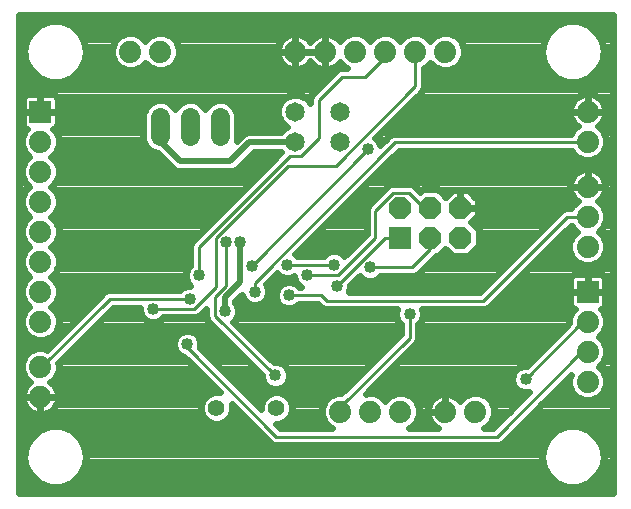
<source format=gbl>
G75*
G70*
%OFA0B0*%
%FSLAX24Y24*%
%IPPOS*%
%LPD*%
%AMOC8*
5,1,8,0,0,1.08239X$1,22.5*
%
%ADD10R,0.0740X0.0740*%
%ADD11OC8,0.0740*%
%ADD12C,0.0740*%
%ADD13C,0.0560*%
%ADD14C,0.0650*%
%ADD15C,0.0640*%
%ADD16C,0.0240*%
%ADD17C,0.0400*%
%ADD18C,0.0200*%
%ADD19C,0.0100*%
D10*
X013561Y009024D03*
X019811Y007224D03*
X001561Y013224D03*
D11*
X013561Y010024D03*
X014561Y010024D03*
X015561Y010024D03*
X015561Y009024D03*
X014561Y009024D03*
D12*
X019811Y008724D03*
X019811Y009724D03*
X019811Y010724D03*
X019811Y012224D03*
X019811Y013224D03*
X015061Y015224D03*
X014061Y015224D03*
X013061Y015224D03*
X012061Y015224D03*
X011061Y015224D03*
X010061Y015224D03*
X005561Y015224D03*
X004561Y015224D03*
X001561Y012224D03*
X001561Y011224D03*
X001561Y010224D03*
X001561Y009224D03*
X001561Y008224D03*
X001561Y007224D03*
X001561Y006224D03*
X001561Y004724D03*
X001561Y003724D03*
X011561Y003224D03*
X012561Y003224D03*
X013561Y003224D03*
X015061Y003224D03*
X016061Y003224D03*
X019811Y004224D03*
X019811Y005224D03*
X019811Y006224D03*
D13*
X009436Y003349D03*
X007436Y003349D03*
D14*
X010061Y012224D03*
X010061Y013224D03*
X011561Y013224D03*
X011561Y012224D03*
D15*
X007561Y012404D02*
X007561Y013044D01*
X006561Y013044D02*
X006561Y012404D01*
X005561Y012404D02*
X005561Y013044D01*
D16*
X000841Y016430D02*
X000841Y000504D01*
X020649Y000504D01*
X020649Y016430D01*
X000841Y016430D01*
X000841Y016349D02*
X020649Y016349D01*
X020649Y016111D02*
X019826Y016111D01*
X019824Y016112D02*
X019824Y016112D01*
X020097Y015883D01*
X020097Y015883D01*
X020275Y015575D01*
X020275Y015575D01*
X020337Y015224D01*
X020337Y015224D01*
X020275Y014873D01*
X020275Y014873D01*
X020097Y014565D01*
X020097Y014565D01*
X020097Y014565D01*
X019824Y014336D01*
X019824Y014336D01*
X019489Y014214D01*
X019489Y014214D01*
X019367Y014214D01*
X019367Y014214D01*
X019328Y014214D01*
X019311Y014214D01*
X019255Y014214D01*
X019255Y014214D01*
X019133Y014214D01*
X019133Y014214D01*
X018798Y014336D01*
X018798Y014336D01*
X018525Y014565D01*
X018525Y014565D01*
X018347Y014873D01*
X018347Y014873D01*
X018286Y015224D01*
X018286Y015224D01*
X018347Y015575D01*
X018347Y015575D01*
X018525Y015883D01*
X018525Y015883D01*
X018526Y015883D01*
X018798Y016112D01*
X019133Y016234D01*
X019255Y016234D01*
X019255Y016234D01*
X019311Y016234D01*
X019367Y016234D01*
X019367Y016234D01*
X019489Y016234D01*
X019489Y016234D01*
X019824Y016112D01*
X020103Y015872D02*
X020649Y015872D01*
X020649Y015634D02*
X020241Y015634D01*
X020306Y015395D02*
X020649Y015395D01*
X020649Y015157D02*
X020325Y015157D01*
X020283Y014918D02*
X020649Y014918D01*
X020649Y014679D02*
X020163Y014679D01*
X019949Y014441D02*
X020649Y014441D01*
X020649Y014202D02*
X014341Y014202D01*
X014341Y014006D02*
X014341Y014680D01*
X014407Y014707D01*
X014561Y014861D01*
X014716Y014707D01*
X014940Y014614D01*
X015182Y014614D01*
X015407Y014707D01*
X015578Y014879D01*
X015671Y015103D01*
X015671Y015345D01*
X015578Y015570D01*
X015407Y015741D01*
X015182Y015834D01*
X014940Y015834D01*
X014716Y015741D01*
X014561Y015587D01*
X014407Y015741D01*
X014182Y015834D01*
X013940Y015834D01*
X013716Y015741D01*
X013561Y015587D01*
X013407Y015741D01*
X013182Y015834D01*
X012940Y015834D01*
X012716Y015741D01*
X012561Y015587D01*
X012407Y015741D01*
X012182Y015834D01*
X011940Y015834D01*
X011716Y015741D01*
X011544Y015570D01*
X011542Y015565D01*
X011511Y015608D01*
X011445Y015674D01*
X011370Y015729D01*
X011288Y015771D01*
X011199Y015800D01*
X011108Y015814D01*
X011061Y015814D01*
X011015Y015814D01*
X010923Y015800D01*
X010835Y015771D01*
X010752Y015729D01*
X010677Y015674D01*
X010611Y015608D01*
X010561Y015540D01*
X010511Y015608D01*
X010445Y015674D01*
X010370Y015729D01*
X010288Y015771D01*
X010199Y015800D01*
X010108Y015814D01*
X010061Y015814D01*
X010015Y015814D01*
X009923Y015800D01*
X009835Y015771D01*
X009752Y015729D01*
X009677Y015674D01*
X009611Y015608D01*
X009556Y015533D01*
X009514Y015451D01*
X009486Y015362D01*
X009471Y015271D01*
X009471Y015224D01*
X009471Y015178D01*
X009486Y015086D01*
X009514Y014998D01*
X009556Y014915D01*
X009611Y014840D01*
X009677Y014774D01*
X009752Y014719D01*
X009835Y014677D01*
X009923Y014649D01*
X010015Y014634D01*
X010061Y014634D01*
X010061Y015224D01*
X009471Y015224D01*
X010061Y015224D01*
X010061Y015224D01*
X010061Y015224D01*
X010061Y014634D01*
X010108Y014634D01*
X010199Y014649D01*
X010288Y014677D01*
X010370Y014719D01*
X010445Y014774D01*
X010511Y014840D01*
X010561Y014909D01*
X010611Y014840D01*
X010677Y014774D01*
X010752Y014719D01*
X010835Y014677D01*
X010923Y014649D01*
X011015Y014634D01*
X011061Y014634D01*
X011061Y015224D01*
X010651Y015224D01*
X010061Y015224D01*
X010061Y015814D01*
X010061Y015224D01*
X010061Y015224D01*
X010061Y015224D01*
X010651Y015224D01*
X011061Y015224D01*
X011061Y015224D01*
X011061Y015224D01*
X011061Y014634D01*
X011108Y014634D01*
X011199Y014649D01*
X011288Y014677D01*
X011370Y014719D01*
X011445Y014774D01*
X011511Y014840D01*
X011542Y014883D01*
X011544Y014879D01*
X011716Y014707D01*
X011771Y014684D01*
X011563Y014684D01*
X011457Y014640D01*
X011375Y014558D01*
X010595Y013778D01*
X010551Y013672D01*
X010551Y013556D01*
X010551Y013517D01*
X010540Y013544D01*
X010381Y013703D01*
X010173Y013789D01*
X009949Y013789D01*
X009741Y013703D01*
X009582Y013544D01*
X009496Y013336D01*
X009496Y013112D01*
X009582Y012904D01*
X009741Y012745D01*
X009792Y012724D01*
X009741Y012703D01*
X009582Y012544D01*
X008599Y012544D01*
X008463Y012544D01*
X008339Y012492D01*
X008108Y012262D01*
X008121Y012293D01*
X008121Y013155D01*
X008036Y013361D01*
X007878Y013519D01*
X007672Y013604D01*
X007450Y013604D01*
X007244Y013519D01*
X007086Y013361D01*
X007061Y013300D01*
X007036Y013361D01*
X006878Y013519D01*
X006672Y013604D01*
X006450Y013604D01*
X006244Y013519D01*
X006086Y013361D01*
X006061Y013300D01*
X006036Y013361D01*
X005878Y013519D01*
X005672Y013604D01*
X005450Y013604D01*
X005244Y013519D01*
X005086Y013361D01*
X005001Y013155D01*
X005001Y012293D01*
X005086Y012087D01*
X005244Y011929D01*
X005450Y011844D01*
X005470Y011844D01*
X006029Y011286D01*
X006153Y011234D01*
X006289Y011234D01*
X007969Y011234D01*
X008094Y011286D01*
X008189Y011381D01*
X008672Y011864D01*
X009581Y011864D01*
X006605Y008888D01*
X006561Y008782D01*
X006561Y008666D01*
X006561Y008096D01*
X006478Y008013D01*
X006411Y007852D01*
X006411Y007677D01*
X006478Y007515D01*
X006569Y007424D01*
X006464Y007424D01*
X006302Y007357D01*
X006219Y007274D01*
X003939Y007274D01*
X003823Y007274D01*
X003717Y007230D01*
X001780Y005293D01*
X001682Y005334D01*
X001440Y005334D01*
X001216Y005241D01*
X001044Y005070D01*
X000951Y004845D01*
X000951Y004603D01*
X001044Y004379D01*
X001216Y004207D01*
X001220Y004205D01*
X001177Y004174D01*
X001111Y004108D01*
X001056Y004033D01*
X001014Y003951D01*
X000986Y003862D01*
X000971Y003771D01*
X000971Y003724D01*
X000971Y003678D01*
X000986Y003586D01*
X001014Y003498D01*
X001056Y003415D01*
X001111Y003340D01*
X001177Y003274D01*
X001252Y003219D01*
X001335Y003177D01*
X001423Y003149D01*
X001515Y003134D01*
X001561Y003134D01*
X001561Y003724D01*
X000971Y003724D01*
X001561Y003724D01*
X001561Y003724D01*
X001561Y003724D01*
X001561Y003134D01*
X001608Y003134D01*
X001699Y003149D01*
X001788Y003177D01*
X001870Y003219D01*
X001945Y003274D01*
X002011Y003340D01*
X002066Y003415D01*
X002108Y003498D01*
X002137Y003586D01*
X002151Y003678D01*
X002151Y003724D01*
X001561Y003724D01*
X001561Y003724D01*
X002151Y003724D01*
X002151Y003771D01*
X002137Y003862D01*
X002108Y003951D01*
X002066Y004033D01*
X002011Y004108D01*
X001945Y004174D01*
X001902Y004205D01*
X001907Y004207D01*
X002078Y004379D01*
X002171Y004603D01*
X002171Y004845D01*
X002166Y004859D01*
X004001Y006694D01*
X004881Y006694D01*
X004881Y006567D01*
X004948Y006405D01*
X005072Y006281D01*
X005234Y006214D01*
X005409Y006214D01*
X005570Y006281D01*
X005653Y006364D01*
X006643Y006364D01*
X006759Y006364D01*
X006865Y006408D01*
X007101Y006644D01*
X007101Y006472D01*
X007101Y006356D01*
X007145Y006250D01*
X008961Y004434D01*
X008961Y004347D01*
X009028Y004185D01*
X009152Y004061D01*
X009314Y003994D01*
X009489Y003994D01*
X009650Y004061D01*
X009774Y004185D01*
X009841Y004347D01*
X009841Y004522D01*
X009774Y004683D01*
X009650Y004807D01*
X009489Y004874D01*
X009341Y004874D01*
X007997Y006218D01*
X008094Y006315D01*
X008161Y006477D01*
X008161Y006652D01*
X008094Y006813D01*
X008061Y006846D01*
X008061Y006903D01*
X008278Y007120D01*
X008338Y006975D01*
X008462Y006851D01*
X008624Y006784D01*
X008799Y006784D01*
X008960Y006851D01*
X009084Y006975D01*
X009151Y007137D01*
X009151Y007312D01*
X009084Y007473D01*
X009077Y007480D01*
X009445Y007848D01*
X009542Y007751D01*
X009704Y007684D01*
X009879Y007684D01*
X010011Y007739D01*
X010011Y007707D01*
X010078Y007545D01*
X010202Y007421D01*
X010267Y007394D01*
X010183Y007394D01*
X010100Y007477D01*
X009939Y007544D01*
X009764Y007544D01*
X009602Y007477D01*
X009478Y007353D01*
X009411Y007192D01*
X009411Y007017D01*
X009478Y006855D01*
X009602Y006731D01*
X009764Y006664D01*
X009939Y006664D01*
X010100Y006731D01*
X010183Y006814D01*
X010811Y006814D01*
X010865Y006760D01*
X010947Y006678D01*
X011053Y006634D01*
X013461Y006634D01*
X013431Y006562D01*
X013431Y006387D01*
X013498Y006225D01*
X013581Y006142D01*
X013581Y005814D01*
X011601Y003834D01*
X011440Y003834D01*
X011216Y003741D01*
X011044Y003570D01*
X010951Y003345D01*
X010951Y003103D01*
X011044Y002879D01*
X011216Y002707D01*
X011271Y002684D01*
X009551Y002684D01*
X009406Y002829D01*
X009540Y002829D01*
X009731Y002908D01*
X009877Y003055D01*
X009956Y003246D01*
X009956Y003453D01*
X009877Y003644D01*
X009731Y003790D01*
X009540Y003869D01*
X009333Y003869D01*
X009142Y003790D01*
X008995Y003644D01*
X008916Y003453D01*
X008916Y003319D01*
X006883Y005352D01*
X006901Y005397D01*
X006901Y005572D01*
X006834Y005733D01*
X006710Y005857D01*
X006549Y005924D01*
X006374Y005924D01*
X006212Y005857D01*
X006088Y005733D01*
X006021Y005572D01*
X006021Y005397D01*
X006088Y005235D01*
X006212Y005111D01*
X006369Y005046D01*
X007551Y003864D01*
X007540Y003869D01*
X007333Y003869D01*
X007142Y003790D01*
X006995Y003644D01*
X006916Y003453D01*
X006916Y003246D01*
X006995Y003055D01*
X007142Y002908D01*
X007333Y002829D01*
X007540Y002829D01*
X007731Y002908D01*
X007877Y003055D01*
X007956Y003246D01*
X007956Y003453D01*
X007951Y003464D01*
X009185Y002230D01*
X009267Y002148D01*
X009373Y002104D01*
X016723Y002104D01*
X016839Y002104D01*
X016945Y002148D01*
X019243Y004445D01*
X019201Y004345D01*
X019201Y004103D01*
X019294Y003879D01*
X019466Y003707D01*
X019690Y003614D01*
X019932Y003614D01*
X020157Y003707D01*
X020328Y003879D01*
X020421Y004103D01*
X020421Y004345D01*
X020328Y004570D01*
X020174Y004724D01*
X020328Y004879D01*
X020421Y005103D01*
X020421Y005345D01*
X020328Y005570D01*
X020174Y005724D01*
X020328Y005879D01*
X020421Y006103D01*
X020421Y006345D01*
X020328Y006570D01*
X020252Y006645D01*
X020266Y006649D01*
X020316Y006678D01*
X020357Y006719D01*
X020386Y006769D01*
X020401Y006825D01*
X020401Y007224D01*
X019811Y007224D01*
X019221Y007224D01*
X019221Y006825D01*
X019236Y006769D01*
X019265Y006719D01*
X019306Y006678D01*
X019356Y006649D01*
X019370Y006645D01*
X019294Y006570D01*
X019201Y006345D01*
X019201Y006184D01*
X017771Y004754D01*
X017654Y004754D01*
X017492Y004687D01*
X017368Y004563D01*
X017301Y004402D01*
X017301Y004227D01*
X017368Y004065D01*
X017492Y003941D01*
X017654Y003874D01*
X017829Y003874D01*
X017867Y003890D01*
X016661Y002684D01*
X016351Y002684D01*
X016407Y002707D01*
X016578Y002879D01*
X016671Y003103D01*
X016671Y003345D01*
X016578Y003570D01*
X016407Y003741D01*
X016182Y003834D01*
X015940Y003834D01*
X015716Y003741D01*
X015544Y003570D01*
X015542Y003565D01*
X015511Y003608D01*
X015445Y003674D01*
X015370Y003729D01*
X015288Y003771D01*
X015199Y003800D01*
X015108Y003814D01*
X015061Y003814D01*
X015015Y003814D01*
X014923Y003800D01*
X014835Y003771D01*
X014752Y003729D01*
X014677Y003674D01*
X014611Y003608D01*
X014556Y003533D01*
X014514Y003451D01*
X014486Y003362D01*
X014471Y003271D01*
X014471Y003224D01*
X014471Y003178D01*
X014486Y003086D01*
X014514Y002998D01*
X014556Y002915D01*
X014611Y002840D01*
X014677Y002774D01*
X014752Y002719D01*
X014821Y002684D01*
X013851Y002684D01*
X013907Y002707D01*
X014078Y002879D01*
X014171Y003103D01*
X014171Y003345D01*
X014078Y003570D01*
X013907Y003741D01*
X013682Y003834D01*
X013440Y003834D01*
X013216Y003741D01*
X013061Y003587D01*
X012907Y003741D01*
X012682Y003834D01*
X012440Y003834D01*
X012408Y003821D01*
X014117Y005530D01*
X014161Y005636D01*
X014161Y005752D01*
X014161Y006142D01*
X014244Y006225D01*
X014311Y006387D01*
X014311Y006562D01*
X014281Y006634D01*
X016273Y006634D01*
X016389Y006634D01*
X016495Y006678D01*
X019241Y009424D01*
X019275Y009424D01*
X019294Y009379D01*
X019448Y009224D01*
X019294Y009070D01*
X019201Y008845D01*
X019201Y008603D01*
X019294Y008379D01*
X019466Y008207D01*
X019690Y008114D01*
X019932Y008114D01*
X020157Y008207D01*
X020328Y008379D01*
X020421Y008603D01*
X020421Y008845D01*
X020328Y009070D01*
X020174Y009224D01*
X020328Y009379D01*
X020421Y009603D01*
X020421Y009845D01*
X020328Y010070D01*
X020157Y010241D01*
X020152Y010243D01*
X020195Y010274D01*
X020261Y010340D01*
X020316Y010415D01*
X020358Y010498D01*
X020387Y010586D01*
X020401Y010678D01*
X020401Y010724D01*
X019811Y010724D01*
X019221Y010724D01*
X019221Y010678D01*
X019236Y010586D01*
X019264Y010498D01*
X019306Y010415D01*
X019361Y010340D01*
X019427Y010274D01*
X019470Y010243D01*
X019466Y010241D01*
X019294Y010070D01*
X019267Y010004D01*
X019063Y010004D01*
X018957Y009960D01*
X018875Y009878D01*
X016211Y007214D01*
X011839Y007214D01*
X011881Y007317D01*
X011881Y007434D01*
X012205Y007758D01*
X012302Y007661D01*
X012464Y007594D01*
X012639Y007594D01*
X012800Y007661D01*
X012883Y007744D01*
X013903Y007744D01*
X014019Y007744D01*
X014125Y007788D01*
X014725Y008388D01*
X014751Y008414D01*
X014814Y008414D01*
X015061Y008661D01*
X015308Y008414D01*
X015814Y008414D01*
X016171Y008771D01*
X016171Y009277D01*
X015910Y009538D01*
X016151Y009780D01*
X016151Y010024D01*
X015561Y010024D01*
X015561Y010614D01*
X015317Y010614D01*
X015075Y010373D01*
X014814Y010634D01*
X014308Y010634D01*
X014225Y010550D01*
X014005Y010770D01*
X013899Y010814D01*
X013783Y010814D01*
X013273Y010814D01*
X013167Y010770D01*
X013085Y010688D01*
X012485Y010088D01*
X012441Y009982D01*
X012441Y009866D01*
X012441Y009144D01*
X011697Y008400D01*
X011600Y008497D01*
X011439Y008564D01*
X011264Y008564D01*
X011102Y008497D01*
X011019Y008414D01*
X010123Y008414D01*
X010067Y008470D01*
X013511Y011914D01*
X019279Y011914D01*
X019294Y011879D01*
X019466Y011707D01*
X019690Y011614D01*
X019932Y011614D01*
X020157Y011707D01*
X020328Y011879D01*
X020421Y012103D01*
X020421Y012345D01*
X020328Y012570D01*
X020157Y012741D01*
X020152Y012743D01*
X020195Y012774D01*
X020261Y012840D01*
X020316Y012915D01*
X020358Y012998D01*
X020387Y013086D01*
X020401Y013178D01*
X020401Y013224D01*
X019811Y013224D01*
X019221Y013224D01*
X019221Y013178D01*
X019236Y013086D01*
X019264Y012998D01*
X019306Y012915D01*
X019361Y012840D01*
X019427Y012774D01*
X019470Y012743D01*
X019466Y012741D01*
X019294Y012570D01*
X019263Y012494D01*
X013333Y012494D01*
X013227Y012450D01*
X013145Y012368D01*
X012901Y012124D01*
X012864Y012213D01*
X012740Y012337D01*
X012736Y012339D01*
X014215Y013818D01*
X014297Y013900D01*
X014341Y014006D01*
X014323Y013964D02*
X020649Y013964D01*
X020649Y013725D02*
X020125Y013725D01*
X020120Y013729D02*
X020195Y013674D01*
X020261Y013608D01*
X020316Y013533D01*
X020358Y013451D01*
X020387Y013362D01*
X020401Y013271D01*
X020401Y013224D01*
X019811Y013224D01*
X019811Y013224D01*
X019221Y013224D01*
X019221Y013271D01*
X019236Y013362D01*
X019264Y013451D01*
X019306Y013533D01*
X019361Y013608D01*
X019427Y013674D01*
X019502Y013729D01*
X019585Y013771D01*
X019673Y013800D01*
X019765Y013814D01*
X019811Y013814D01*
X019811Y013224D01*
X019811Y013224D01*
X019811Y013814D01*
X019858Y013814D01*
X019949Y013800D01*
X020038Y013771D01*
X020120Y013729D01*
X019811Y013725D02*
X019811Y013725D01*
X019811Y013487D02*
X019811Y013487D01*
X019811Y013248D02*
X019811Y013248D01*
X019811Y013224D02*
X019811Y013224D01*
X019283Y013487D02*
X013884Y013487D01*
X014122Y013725D02*
X019497Y013725D01*
X019221Y013248D02*
X013645Y013248D01*
X013407Y013010D02*
X019260Y013010D01*
X019431Y012771D02*
X013168Y012771D01*
X012930Y012533D02*
X019279Y012533D01*
X019356Y011817D02*
X013414Y011817D01*
X013176Y011578D02*
X020649Y011578D01*
X020649Y011817D02*
X020267Y011817D01*
X020401Y012056D02*
X020649Y012056D01*
X020649Y012294D02*
X020421Y012294D01*
X020344Y012533D02*
X020649Y012533D01*
X020649Y012771D02*
X020191Y012771D01*
X020362Y013010D02*
X020649Y013010D01*
X020649Y013248D02*
X020401Y013248D01*
X020339Y013487D02*
X020649Y013487D01*
X018673Y014441D02*
X014341Y014441D01*
X014341Y014679D02*
X014782Y014679D01*
X015340Y014679D02*
X018459Y014679D01*
X018339Y014918D02*
X015595Y014918D01*
X015671Y015157D02*
X018297Y015157D01*
X018316Y015395D02*
X015651Y015395D01*
X015514Y015634D02*
X018381Y015634D01*
X018519Y015872D02*
X002853Y015872D01*
X002847Y015883D02*
X002847Y015883D01*
X002574Y016112D01*
X002574Y016112D01*
X002239Y016234D01*
X002117Y016234D01*
X002117Y016234D01*
X002061Y016234D01*
X002060Y016234D01*
X002005Y016234D01*
X001883Y016234D01*
X001548Y016112D01*
X001276Y015883D01*
X001275Y015883D01*
X001097Y015575D01*
X001097Y015575D01*
X001036Y015224D01*
X001097Y014873D01*
X001275Y014565D01*
X001548Y014336D01*
X001548Y014336D01*
X001883Y014214D01*
X002005Y014214D01*
X002005Y014214D01*
X002035Y014214D01*
X002061Y014214D01*
X002117Y014214D01*
X002239Y014214D01*
X002239Y014214D01*
X002574Y014336D01*
X002847Y014565D01*
X003025Y014873D01*
X003087Y015224D01*
X003025Y015575D01*
X002847Y015883D01*
X002991Y015634D02*
X004108Y015634D01*
X004044Y015570D02*
X003951Y015345D01*
X003951Y015103D01*
X004044Y014879D01*
X004216Y014707D01*
X004440Y014614D01*
X004682Y014614D01*
X004907Y014707D01*
X005061Y014861D01*
X005216Y014707D01*
X005440Y014614D01*
X005682Y014614D01*
X005907Y014707D01*
X006078Y014879D01*
X006171Y015103D01*
X006171Y015345D01*
X006078Y015570D01*
X005907Y015741D01*
X005682Y015834D01*
X005440Y015834D01*
X005216Y015741D01*
X005061Y015587D01*
X004907Y015741D01*
X004682Y015834D01*
X004440Y015834D01*
X004216Y015741D01*
X004044Y015570D01*
X003972Y015395D02*
X003056Y015395D01*
X003087Y015224D02*
X003087Y015224D01*
X003075Y015157D02*
X003951Y015157D01*
X004028Y014918D02*
X003033Y014918D01*
X003025Y014873D02*
X003025Y014873D01*
X002913Y014679D02*
X004282Y014679D01*
X004840Y014679D02*
X005282Y014679D01*
X005840Y014679D02*
X009830Y014679D01*
X010061Y014679D02*
X010061Y014679D01*
X010292Y014679D02*
X010830Y014679D01*
X011061Y014679D02*
X011061Y014679D01*
X011292Y014679D02*
X011552Y014679D01*
X011258Y014441D02*
X002699Y014441D01*
X002574Y014336D02*
X002574Y014336D01*
X002847Y014565D02*
X002847Y014565D01*
X002847Y014565D01*
X002117Y014214D02*
X002117Y014214D01*
X001883Y014214D02*
X001883Y014214D01*
X001960Y013814D02*
X001561Y013814D01*
X001162Y013814D01*
X001106Y013799D01*
X001056Y013770D01*
X001015Y013729D01*
X000986Y013679D01*
X000971Y013623D01*
X000971Y013224D01*
X000971Y012825D01*
X000986Y012769D01*
X001015Y012719D01*
X001056Y012678D01*
X001106Y012649D01*
X001120Y012645D01*
X001044Y012570D01*
X000951Y012345D01*
X000951Y012103D01*
X001044Y011879D01*
X001198Y011724D01*
X001044Y011570D01*
X000951Y011345D01*
X000951Y011103D01*
X001044Y010879D01*
X001198Y010724D01*
X001044Y010570D01*
X000951Y010345D01*
X000951Y010103D01*
X001044Y009879D01*
X001198Y009724D01*
X001044Y009570D01*
X000951Y009345D01*
X000951Y009103D01*
X001044Y008879D01*
X001198Y008724D01*
X001044Y008570D01*
X000951Y008345D01*
X000951Y008103D01*
X001044Y007879D01*
X001198Y007724D01*
X001044Y007570D01*
X000951Y007345D01*
X000951Y007103D01*
X001044Y006879D01*
X001198Y006724D01*
X001044Y006570D01*
X000951Y006345D01*
X000951Y006103D01*
X001044Y005879D01*
X001216Y005707D01*
X001440Y005614D01*
X001682Y005614D01*
X001907Y005707D01*
X002078Y005879D01*
X002171Y006103D01*
X002171Y006345D01*
X002078Y006570D01*
X001924Y006724D01*
X002078Y006879D01*
X002171Y007103D01*
X002171Y007345D01*
X002078Y007570D01*
X001924Y007724D01*
X002078Y007879D01*
X002171Y008103D01*
X002171Y008345D01*
X002078Y008570D01*
X001924Y008724D01*
X002078Y008879D01*
X002171Y009103D01*
X002171Y009345D01*
X002078Y009570D01*
X001924Y009724D01*
X002078Y009879D01*
X002171Y010103D01*
X002171Y010345D01*
X002078Y010570D01*
X001924Y010724D01*
X002078Y010879D01*
X002171Y011103D01*
X002171Y011345D01*
X002078Y011570D01*
X001924Y011724D01*
X002078Y011879D01*
X002171Y012103D01*
X002171Y012345D01*
X002078Y012570D01*
X002002Y012645D01*
X002016Y012649D01*
X002066Y012678D01*
X002107Y012719D01*
X002136Y012769D01*
X002151Y012825D01*
X002151Y013224D01*
X001561Y013224D01*
X000971Y013224D01*
X001561Y013224D01*
X001561Y013224D01*
X001561Y013814D01*
X001561Y013224D01*
X001561Y013224D01*
X001561Y013224D01*
X002151Y013224D01*
X002151Y013623D01*
X002136Y013679D01*
X002107Y013729D01*
X002066Y013770D01*
X002016Y013799D01*
X001960Y013814D01*
X002109Y013725D02*
X009795Y013725D01*
X009558Y013487D02*
X007910Y013487D01*
X008083Y013248D02*
X009496Y013248D01*
X009538Y013010D02*
X008121Y013010D01*
X008121Y012771D02*
X009715Y012771D01*
X009582Y012544D02*
X009582Y012544D01*
X009534Y011817D02*
X008625Y011817D01*
X008386Y011578D02*
X009295Y011578D01*
X009057Y011340D02*
X008148Y011340D01*
X008580Y010863D02*
X002062Y010863D01*
X002170Y011101D02*
X008818Y011101D01*
X008341Y010624D02*
X002024Y010624D01*
X002154Y010386D02*
X008103Y010386D01*
X007864Y010147D02*
X002171Y010147D01*
X002091Y009909D02*
X007626Y009909D01*
X007387Y009670D02*
X001978Y009670D01*
X002135Y009432D02*
X007148Y009432D01*
X006910Y009193D02*
X002171Y009193D01*
X002110Y008954D02*
X006671Y008954D01*
X006561Y008716D02*
X001932Y008716D01*
X002116Y008477D02*
X006561Y008477D01*
X006561Y008239D02*
X002171Y008239D01*
X002129Y008000D02*
X006473Y008000D01*
X006411Y007762D02*
X001961Y007762D01*
X002097Y007523D02*
X006475Y007523D01*
X006229Y007285D02*
X002171Y007285D01*
X002148Y007046D02*
X003533Y007046D01*
X003294Y006808D02*
X002007Y006808D01*
X002078Y006569D02*
X003056Y006569D01*
X002817Y006330D02*
X002171Y006330D01*
X002167Y006092D02*
X002579Y006092D01*
X002340Y005853D02*
X002053Y005853D01*
X002102Y005615D02*
X001684Y005615D01*
X001438Y005615D02*
X000841Y005615D01*
X000841Y005853D02*
X001069Y005853D01*
X000956Y006092D02*
X000841Y006092D01*
X000841Y006330D02*
X000951Y006330D01*
X001044Y006569D02*
X000841Y006569D01*
X000841Y006808D02*
X001115Y006808D01*
X000975Y007046D02*
X000841Y007046D01*
X000841Y007285D02*
X000951Y007285D01*
X001025Y007523D02*
X000841Y007523D01*
X000841Y007762D02*
X001161Y007762D01*
X000994Y008000D02*
X000841Y008000D01*
X000841Y008239D02*
X000951Y008239D01*
X001006Y008477D02*
X000841Y008477D01*
X000841Y008716D02*
X001190Y008716D01*
X001013Y008954D02*
X000841Y008954D01*
X000841Y009193D02*
X000951Y009193D01*
X000987Y009432D02*
X000841Y009432D01*
X000841Y009670D02*
X001144Y009670D01*
X001031Y009909D02*
X000841Y009909D01*
X000841Y010147D02*
X000951Y010147D01*
X000968Y010386D02*
X000841Y010386D01*
X000841Y010624D02*
X001099Y010624D01*
X001060Y010863D02*
X000841Y010863D01*
X000841Y011101D02*
X000952Y011101D01*
X000951Y011340D02*
X000841Y011340D01*
X000841Y011578D02*
X001053Y011578D01*
X001106Y011817D02*
X000841Y011817D01*
X000841Y012056D02*
X000971Y012056D01*
X000951Y012294D02*
X000841Y012294D01*
X000841Y012533D02*
X001029Y012533D01*
X000986Y012771D02*
X000841Y012771D01*
X000841Y013010D02*
X000971Y013010D01*
X000971Y013248D02*
X000841Y013248D01*
X000841Y013487D02*
X000971Y013487D01*
X001013Y013725D02*
X000841Y013725D01*
X000841Y013964D02*
X010781Y013964D01*
X011019Y014202D02*
X000841Y014202D01*
X000841Y014441D02*
X001423Y014441D01*
X001275Y014565D02*
X001275Y014565D01*
X001209Y014679D02*
X000841Y014679D01*
X000841Y014918D02*
X001089Y014918D01*
X001097Y014873D02*
X001097Y014873D01*
X001047Y015157D02*
X000841Y015157D01*
X001036Y015224D02*
X001036Y015224D01*
X001066Y015395D02*
X000841Y015395D01*
X000841Y015634D02*
X001131Y015634D01*
X001269Y015872D02*
X000841Y015872D01*
X000841Y016111D02*
X001547Y016111D01*
X001548Y016112D02*
X001548Y016112D01*
X001883Y016234D02*
X001883Y016234D01*
X002005Y016234D02*
X002005Y016234D01*
X002239Y016234D02*
X002239Y016234D01*
X002576Y016111D02*
X018797Y016111D01*
X014608Y015634D02*
X014514Y015634D01*
X013608Y015634D02*
X013514Y015634D01*
X012608Y015634D02*
X012514Y015634D01*
X011608Y015634D02*
X011486Y015634D01*
X011061Y015634D02*
X011061Y015634D01*
X011061Y015814D02*
X011061Y015224D01*
X011061Y015224D01*
X011061Y015814D01*
X010636Y015634D02*
X010486Y015634D01*
X010061Y015634D02*
X010061Y015634D01*
X010061Y015395D02*
X010061Y015395D01*
X010061Y015157D02*
X010061Y015157D01*
X010061Y014918D02*
X010061Y014918D01*
X009555Y014918D02*
X006095Y014918D01*
X006171Y015157D02*
X009474Y015157D01*
X009496Y015395D02*
X006151Y015395D01*
X006014Y015634D02*
X009636Y015634D01*
X011061Y015395D02*
X011061Y015395D01*
X011061Y015157D02*
X011061Y015157D01*
X011061Y014918D02*
X011061Y014918D01*
X010573Y013725D02*
X010327Y013725D01*
X008436Y012533D02*
X008121Y012533D01*
X008121Y012294D02*
X008140Y012294D01*
X007212Y013487D02*
X006910Y013487D01*
X006212Y013487D02*
X005910Y013487D01*
X005212Y013487D02*
X002151Y013487D01*
X002151Y013248D02*
X005040Y013248D01*
X005001Y013010D02*
X002151Y013010D01*
X002137Y012771D02*
X005001Y012771D01*
X005001Y012533D02*
X002094Y012533D01*
X002171Y012294D02*
X005001Y012294D01*
X005118Y012056D02*
X002151Y012056D01*
X002017Y011817D02*
X005497Y011817D01*
X005736Y011578D02*
X002069Y011578D01*
X002171Y011340D02*
X005974Y011340D01*
X010074Y008477D02*
X011082Y008477D01*
X010552Y008954D02*
X012251Y008954D01*
X012013Y008716D02*
X010313Y008716D01*
X010790Y009193D02*
X012441Y009193D01*
X012441Y009432D02*
X011029Y009432D01*
X011267Y009670D02*
X012441Y009670D01*
X012441Y009909D02*
X011506Y009909D01*
X011744Y010147D02*
X012544Y010147D01*
X012783Y010386D02*
X011983Y010386D01*
X012221Y010624D02*
X013021Y010624D01*
X012460Y010863D02*
X019236Y010863D01*
X019236Y010862D02*
X019221Y010771D01*
X019221Y010724D01*
X019811Y010724D01*
X019811Y010724D01*
X019811Y011314D01*
X019765Y011314D01*
X019673Y011300D01*
X019585Y011271D01*
X019502Y011229D01*
X019427Y011174D01*
X019361Y011108D01*
X019306Y011033D01*
X019264Y010951D01*
X019236Y010862D01*
X019356Y011101D02*
X012698Y011101D01*
X012937Y011340D02*
X020649Y011340D01*
X020649Y011101D02*
X020266Y011101D01*
X020261Y011108D02*
X020316Y011033D01*
X020358Y010951D01*
X020387Y010862D01*
X020401Y010771D01*
X020401Y010724D01*
X019811Y010724D01*
X019811Y010724D01*
X019811Y011314D01*
X019858Y011314D01*
X019949Y011300D01*
X020038Y011271D01*
X020120Y011229D01*
X020195Y011174D01*
X020261Y011108D01*
X020386Y010863D02*
X020649Y010863D01*
X020649Y010624D02*
X020393Y010624D01*
X020294Y010386D02*
X020649Y010386D01*
X020649Y010147D02*
X020251Y010147D01*
X020395Y009909D02*
X020649Y009909D01*
X020649Y009670D02*
X020421Y009670D01*
X020350Y009432D02*
X020649Y009432D01*
X020649Y009193D02*
X020205Y009193D01*
X020376Y008954D02*
X020649Y008954D01*
X020649Y008716D02*
X020421Y008716D01*
X020369Y008477D02*
X020649Y008477D01*
X020649Y008239D02*
X020188Y008239D01*
X020210Y007814D02*
X019811Y007814D01*
X019412Y007814D01*
X019356Y007799D01*
X019306Y007770D01*
X019265Y007729D01*
X019236Y007679D01*
X019221Y007623D01*
X019221Y007224D01*
X019811Y007224D01*
X019811Y007224D01*
X019811Y007814D01*
X019811Y007224D01*
X019811Y007224D01*
X019811Y007224D01*
X020401Y007224D01*
X020401Y007623D01*
X020386Y007679D01*
X020357Y007729D01*
X020316Y007770D01*
X020266Y007799D01*
X020210Y007814D01*
X020325Y007762D02*
X020649Y007762D01*
X020649Y007523D02*
X020401Y007523D01*
X020401Y007285D02*
X020649Y007285D01*
X020649Y007046D02*
X020401Y007046D01*
X020396Y006808D02*
X020649Y006808D01*
X020649Y006569D02*
X020328Y006569D01*
X020421Y006330D02*
X020649Y006330D01*
X020649Y006092D02*
X020417Y006092D01*
X020303Y005853D02*
X020649Y005853D01*
X020649Y005615D02*
X020283Y005615D01*
X020408Y005376D02*
X020649Y005376D01*
X020649Y005138D02*
X020421Y005138D01*
X020337Y004899D02*
X020649Y004899D01*
X020649Y004661D02*
X020237Y004661D01*
X020389Y004422D02*
X020649Y004422D01*
X020649Y004184D02*
X020421Y004184D01*
X020356Y003945D02*
X020649Y003945D01*
X020649Y003706D02*
X020155Y003706D01*
X020649Y003468D02*
X018265Y003468D01*
X018026Y003229D02*
X020649Y003229D01*
X020649Y002991D02*
X017788Y002991D01*
X017549Y002752D02*
X020649Y002752D01*
X020649Y002514D02*
X019941Y002514D01*
X019824Y002612D02*
X019489Y002734D01*
X019367Y002734D01*
X019367Y002734D01*
X019311Y002734D01*
X019310Y002734D01*
X019255Y002734D01*
X019133Y002734D01*
X018798Y002612D01*
X018526Y002383D01*
X018525Y002383D01*
X018347Y002075D01*
X018347Y002075D01*
X018286Y001724D01*
X018347Y001373D01*
X018525Y001065D01*
X018798Y000836D01*
X018798Y000836D01*
X019133Y000714D01*
X019255Y000714D01*
X019255Y000714D01*
X019284Y000714D01*
X019311Y000714D01*
X019367Y000714D01*
X019489Y000714D01*
X019489Y000714D01*
X019824Y000836D01*
X020097Y001065D01*
X020275Y001373D01*
X020337Y001724D01*
X020275Y002075D01*
X020097Y002383D01*
X019824Y002612D01*
X019824Y002612D01*
X019489Y002734D02*
X019489Y002734D01*
X019255Y002734D02*
X019255Y002734D01*
X019133Y002734D02*
X019133Y002734D01*
X018798Y002612D02*
X018798Y002612D01*
X018681Y002514D02*
X017311Y002514D01*
X017072Y002275D02*
X018463Y002275D01*
X018525Y002383D02*
X018525Y002383D01*
X018341Y002037D02*
X003031Y002037D01*
X003025Y002075D02*
X003025Y002075D01*
X002847Y002383D01*
X002574Y002612D01*
X002574Y002612D01*
X002239Y002734D01*
X002117Y002734D01*
X002061Y002734D01*
X002059Y002734D01*
X002005Y002734D01*
X001883Y002734D01*
X001548Y002612D01*
X001276Y002383D01*
X001275Y002383D01*
X001097Y002075D01*
X001097Y002075D01*
X001036Y001724D01*
X001097Y001373D01*
X001275Y001065D01*
X001548Y000836D01*
X001548Y000836D01*
X001883Y000714D01*
X002005Y000714D01*
X002005Y000714D01*
X002061Y000714D01*
X002076Y000714D01*
X002117Y000714D01*
X002239Y000714D01*
X002574Y000836D01*
X002847Y001065D01*
X003025Y001373D01*
X003087Y001724D01*
X003025Y002075D01*
X002909Y002275D02*
X009140Y002275D01*
X008901Y002514D02*
X002691Y002514D01*
X002847Y002383D02*
X002847Y002383D01*
X002239Y002734D02*
X002239Y002734D01*
X002117Y002734D02*
X002117Y002734D01*
X002005Y002734D02*
X002005Y002734D01*
X001883Y002734D02*
X001883Y002734D01*
X001548Y002612D02*
X001548Y002612D01*
X001431Y002514D02*
X000841Y002514D01*
X000841Y002275D02*
X001213Y002275D01*
X001275Y002383D02*
X001275Y002383D01*
X001091Y002037D02*
X000841Y002037D01*
X000841Y001798D02*
X001049Y001798D01*
X001036Y001724D02*
X001036Y001724D01*
X001065Y001560D02*
X000841Y001560D01*
X000841Y001321D02*
X001128Y001321D01*
X001097Y001373D02*
X001097Y001373D01*
X001265Y001083D02*
X000841Y001083D01*
X000841Y000844D02*
X001539Y000844D01*
X001883Y000714D02*
X001883Y000714D01*
X002117Y000714D02*
X002117Y000714D01*
X002239Y000714D02*
X002239Y000714D01*
X002583Y000844D02*
X018789Y000844D01*
X019133Y000714D02*
X019133Y000714D01*
X019367Y000714D02*
X019367Y000714D01*
X019824Y000836D02*
X019824Y000836D01*
X019833Y000844D02*
X020649Y000844D01*
X020649Y000605D02*
X000841Y000605D01*
X001275Y001065D02*
X001275Y001065D01*
X002847Y001065D02*
X002847Y001065D01*
X002857Y001083D02*
X018515Y001083D01*
X018525Y001065D02*
X018525Y001065D01*
X018378Y001321D02*
X002995Y001321D01*
X003025Y001373D02*
X003025Y001373D01*
X003058Y001560D02*
X018315Y001560D01*
X018286Y001724D02*
X018286Y001724D01*
X018299Y001798D02*
X003074Y001798D01*
X003087Y001724D02*
X003087Y001724D01*
X001884Y003229D02*
X006923Y003229D01*
X006923Y003468D02*
X002093Y003468D01*
X002151Y003706D02*
X007058Y003706D01*
X007470Y003945D02*
X002110Y003945D01*
X001932Y004184D02*
X007231Y004184D01*
X006993Y004422D02*
X002096Y004422D01*
X002171Y004661D02*
X006754Y004661D01*
X006516Y004899D02*
X002206Y004899D01*
X002445Y005138D02*
X006185Y005138D01*
X006029Y005376D02*
X002683Y005376D01*
X002922Y005615D02*
X006039Y005615D01*
X006208Y005853D02*
X003161Y005853D01*
X003399Y006092D02*
X007303Y006092D01*
X007542Y005853D02*
X006714Y005853D01*
X006883Y005615D02*
X007780Y005615D01*
X008019Y005376D02*
X006893Y005376D01*
X007097Y005138D02*
X008257Y005138D01*
X008496Y004899D02*
X007336Y004899D01*
X007575Y004661D02*
X008734Y004661D01*
X008961Y004422D02*
X007813Y004422D01*
X008052Y004184D02*
X009029Y004184D01*
X009058Y003706D02*
X008529Y003706D01*
X008767Y003468D02*
X008923Y003468D01*
X008424Y002991D02*
X007813Y002991D01*
X007949Y003229D02*
X008186Y003229D01*
X008663Y002752D02*
X000841Y002752D01*
X000841Y002991D02*
X007059Y002991D01*
X008290Y003945D02*
X011712Y003945D01*
X011950Y004184D02*
X009773Y004184D01*
X009841Y004422D02*
X012189Y004422D01*
X012428Y004661D02*
X009784Y004661D01*
X009316Y004899D02*
X012666Y004899D01*
X012905Y005138D02*
X009078Y005138D01*
X008839Y005376D02*
X013143Y005376D01*
X013382Y005615D02*
X008600Y005615D01*
X008362Y005853D02*
X013581Y005853D01*
X013581Y006092D02*
X008123Y006092D01*
X008101Y006330D02*
X013454Y006330D01*
X013434Y006569D02*
X008161Y006569D01*
X008096Y006808D02*
X008567Y006808D01*
X008855Y006808D02*
X009525Y006808D01*
X009411Y007046D02*
X009114Y007046D01*
X009151Y007285D02*
X009450Y007285D01*
X009713Y007523D02*
X009120Y007523D01*
X009359Y007762D02*
X009531Y007762D01*
X009989Y007523D02*
X010100Y007523D01*
X010177Y006808D02*
X010817Y006808D01*
X010865Y006760D02*
X010865Y006760D01*
X011868Y007285D02*
X016282Y007285D01*
X016520Y007523D02*
X011970Y007523D01*
X011774Y008477D02*
X011620Y008477D01*
X014061Y007762D02*
X016759Y007762D01*
X016997Y008000D02*
X014337Y008000D01*
X014576Y008239D02*
X017236Y008239D01*
X017474Y008477D02*
X015877Y008477D01*
X016116Y008716D02*
X017713Y008716D01*
X017951Y008954D02*
X016171Y008954D01*
X016171Y009193D02*
X018190Y009193D01*
X018428Y009432D02*
X016016Y009432D01*
X016041Y009670D02*
X018667Y009670D01*
X018906Y009909D02*
X016151Y009909D01*
X016151Y010024D02*
X016151Y010268D01*
X015805Y010614D01*
X015561Y010614D01*
X015561Y010024D01*
X015561Y010024D01*
X015561Y010024D01*
X016151Y010024D01*
X016151Y010147D02*
X019372Y010147D01*
X019328Y010386D02*
X016034Y010386D01*
X015561Y010386D02*
X015561Y010386D01*
X015561Y010147D02*
X015561Y010147D01*
X015088Y010386D02*
X015062Y010386D01*
X014824Y010624D02*
X019230Y010624D01*
X019811Y010724D02*
X019811Y010724D01*
X019811Y010863D02*
X019811Y010863D01*
X019811Y011101D02*
X019811Y011101D01*
X019417Y009193D02*
X019010Y009193D01*
X019246Y008954D02*
X018772Y008954D01*
X018533Y008716D02*
X019201Y008716D01*
X019253Y008477D02*
X018294Y008477D01*
X018056Y008239D02*
X019434Y008239D01*
X019298Y007762D02*
X017579Y007762D01*
X017340Y007523D02*
X019221Y007523D01*
X019221Y007285D02*
X017102Y007285D01*
X016863Y007046D02*
X019221Y007046D01*
X019226Y006808D02*
X016625Y006808D01*
X017817Y008000D02*
X020649Y008000D01*
X019811Y007762D02*
X019811Y007762D01*
X019811Y007523D02*
X019811Y007523D01*
X019811Y007285D02*
X019811Y007285D01*
X019294Y006569D02*
X014308Y006569D01*
X014288Y006330D02*
X019201Y006330D01*
X019109Y006092D02*
X014161Y006092D01*
X014161Y005853D02*
X018870Y005853D01*
X018632Y005615D02*
X014152Y005615D01*
X013963Y005376D02*
X018393Y005376D01*
X018155Y005138D02*
X013725Y005138D01*
X013486Y004899D02*
X017916Y004899D01*
X017465Y004661D02*
X013248Y004661D01*
X013009Y004422D02*
X017310Y004422D01*
X017319Y004184D02*
X012771Y004184D01*
X012532Y003945D02*
X017488Y003945D01*
X017683Y003706D02*
X016441Y003706D01*
X016620Y003468D02*
X017445Y003468D01*
X017206Y003229D02*
X016671Y003229D01*
X016625Y002991D02*
X016968Y002991D01*
X016729Y002752D02*
X016452Y002752D01*
X015681Y003706D02*
X015401Y003706D01*
X015061Y003706D02*
X015061Y003706D01*
X015061Y003814D02*
X015061Y003224D01*
X014471Y003224D01*
X015061Y003224D01*
X015061Y003224D01*
X015061Y003224D01*
X015061Y003814D01*
X015061Y003468D02*
X015061Y003468D01*
X015061Y003229D02*
X015061Y003229D01*
X014721Y003706D02*
X013941Y003706D01*
X014120Y003468D02*
X014523Y003468D01*
X014471Y003229D02*
X014171Y003229D01*
X014125Y002991D02*
X014518Y002991D01*
X014707Y002752D02*
X013952Y002752D01*
X013181Y003706D02*
X012941Y003706D01*
X011181Y003706D02*
X009814Y003706D01*
X009950Y003468D02*
X011002Y003468D01*
X010951Y003229D02*
X009949Y003229D01*
X009813Y002991D02*
X010997Y002991D01*
X011170Y002752D02*
X009483Y002752D01*
X007112Y006330D02*
X005620Y006330D01*
X005022Y006330D02*
X003638Y006330D01*
X003876Y006569D02*
X004881Y006569D01*
X007026Y006569D02*
X007101Y006569D01*
X008204Y007046D02*
X008309Y007046D01*
X014151Y010624D02*
X014299Y010624D01*
X013071Y012294D02*
X012783Y012294D01*
X014877Y008477D02*
X015245Y008477D01*
X019219Y004422D02*
X019233Y004422D01*
X019201Y004184D02*
X018981Y004184D01*
X018742Y003945D02*
X019266Y003945D01*
X019467Y003706D02*
X018504Y003706D01*
X020097Y002383D02*
X020097Y002383D01*
X020159Y002275D02*
X020649Y002275D01*
X020649Y002037D02*
X020281Y002037D01*
X020275Y002075D02*
X020275Y002075D01*
X020324Y001798D02*
X020649Y001798D01*
X020649Y001560D02*
X020308Y001560D01*
X020337Y001724D02*
X020337Y001724D01*
X020275Y001373D02*
X020275Y001373D01*
X020245Y001321D02*
X020649Y001321D01*
X020649Y001083D02*
X020107Y001083D01*
X020097Y001065D02*
X020097Y001065D01*
X020097Y001065D01*
X018347Y001373D02*
X018347Y001373D01*
X001863Y005376D02*
X000841Y005376D01*
X000841Y005138D02*
X001112Y005138D01*
X000973Y004899D02*
X000841Y004899D01*
X000841Y004661D02*
X000951Y004661D01*
X001026Y004422D02*
X000841Y004422D01*
X000841Y004184D02*
X001190Y004184D01*
X001013Y003945D02*
X000841Y003945D01*
X000841Y003706D02*
X000971Y003706D01*
X001029Y003468D02*
X000841Y003468D01*
X000841Y003229D02*
X001238Y003229D01*
X001561Y003229D02*
X001561Y003229D01*
X001561Y003468D02*
X001561Y003468D01*
X001561Y003706D02*
X001561Y003706D01*
X001561Y013248D02*
X001561Y013248D01*
X001561Y013487D02*
X001561Y013487D01*
X001561Y013725D02*
X001561Y013725D01*
X003025Y015575D02*
X003025Y015575D01*
X001275Y015883D02*
X001275Y015883D01*
X005014Y015634D02*
X005108Y015634D01*
D17*
X006971Y009954D03*
X007751Y008874D03*
X008231Y008874D03*
X008621Y008094D03*
X008711Y007224D03*
X007721Y006564D03*
X006551Y006984D03*
X006851Y007764D03*
X005321Y006654D03*
X006461Y005484D03*
X009401Y004434D03*
X007661Y002544D03*
X009851Y007104D03*
X010451Y007794D03*
X009791Y008124D03*
X011351Y008124D03*
X011441Y007404D03*
X012551Y008034D03*
X013871Y006474D03*
X017741Y004314D03*
X012491Y011964D03*
D18*
X010061Y012204D02*
X010061Y012224D01*
X010061Y012204D02*
X008531Y012204D01*
X007901Y011574D01*
X006221Y011574D01*
X005561Y012234D01*
X005561Y012714D01*
X005561Y012724D01*
X008231Y008874D02*
X008231Y007554D01*
X007721Y007044D01*
X007721Y006564D01*
D19*
X007391Y006414D02*
X009371Y004434D01*
X009401Y004434D01*
X011561Y003384D02*
X011561Y003234D01*
X011561Y003224D01*
X011561Y003384D02*
X013871Y005694D01*
X013871Y006474D01*
X013961Y008034D02*
X012551Y008034D01*
X012731Y009024D02*
X011501Y007794D01*
X010451Y007794D01*
X009791Y008124D02*
X011351Y008124D01*
X011441Y007404D02*
X013061Y009024D01*
X013541Y009024D01*
X013561Y009024D01*
X012731Y009024D02*
X012731Y009924D01*
X013331Y010524D01*
X013841Y010524D01*
X014321Y010044D01*
X014561Y010044D01*
X014561Y010024D01*
X014561Y009024D02*
X014561Y008634D01*
X013961Y008034D01*
X016331Y006924D02*
X019121Y009714D01*
X019811Y009714D01*
X019811Y009724D01*
X019811Y012204D02*
X019811Y012224D01*
X019811Y012204D02*
X013391Y012204D01*
X008711Y007524D01*
X008711Y007224D01*
X007751Y007404D02*
X007391Y007044D01*
X007391Y006414D01*
X006701Y006654D02*
X007421Y007374D01*
X007421Y009024D01*
X009821Y011424D01*
X011411Y011424D01*
X014051Y014064D01*
X014051Y015204D01*
X014061Y015224D01*
X013061Y015204D02*
X013061Y015224D01*
X013061Y015204D02*
X013061Y015054D01*
X012401Y014394D01*
X011621Y014394D01*
X010841Y013614D01*
X010841Y012354D01*
X010241Y011754D01*
X009881Y011754D01*
X006851Y008724D01*
X006851Y007764D01*
X006551Y006984D02*
X003881Y006984D01*
X001631Y004734D01*
X001571Y004734D01*
X001561Y004724D01*
X005321Y006654D02*
X006701Y006654D01*
X007751Y007404D02*
X007751Y008874D01*
X008621Y008094D02*
X012491Y011964D01*
X010931Y007104D02*
X009851Y007104D01*
X010931Y007104D02*
X011111Y006924D01*
X016331Y006924D01*
X017741Y004314D02*
X019631Y006204D01*
X019811Y006204D01*
X019811Y006224D01*
X019811Y005224D02*
X019811Y005214D01*
X019601Y005214D01*
X016781Y002394D01*
X009431Y002394D01*
X006461Y005364D01*
X006461Y005484D01*
M02*

</source>
